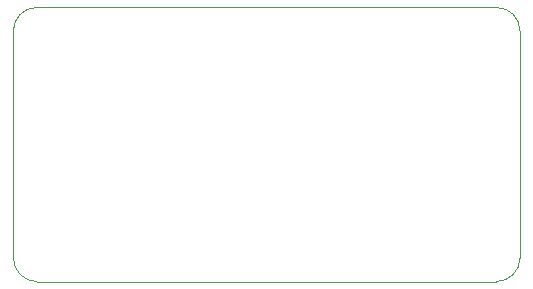
<source format=gbr>
%TF.GenerationSoftware,KiCad,Pcbnew,(6.0.11)*%
%TF.CreationDate,2024-01-05T00:58:30+00:00*%
%TF.ProjectId,Econet_ID_Extender_External,45636f6e-6574-45f4-9944-5f457874656e,rev?*%
%TF.SameCoordinates,Original*%
%TF.FileFunction,Profile,NP*%
%FSLAX46Y46*%
G04 Gerber Fmt 4.6, Leading zero omitted, Abs format (unit mm)*
G04 Created by KiCad (PCBNEW (6.0.11)) date 2024-01-05 00:58:30*
%MOMM*%
%LPD*%
G01*
G04 APERTURE LIST*
%TA.AperFunction,Profile*%
%ADD10C,0.100000*%
%TD*%
G04 APERTURE END LIST*
D10*
X167715782Y-107245782D02*
G75*
G03*
X169715782Y-105245782I18J1999982D01*
G01*
X126809996Y-86035782D02*
X126809996Y-105245782D01*
X128809996Y-84035796D02*
G75*
G03*
X126809996Y-86035782I4J-2000004D01*
G01*
X169715782Y-105245782D02*
X169715782Y-86035782D01*
X169715718Y-86035782D02*
G75*
G03*
X167715782Y-84035782I-1999918J82D01*
G01*
X126810018Y-105245782D02*
G75*
G03*
X128809996Y-107245782I1999982J-18D01*
G01*
X128809996Y-107245782D02*
X167715782Y-107245782D01*
X128809996Y-84035782D02*
X167715782Y-84035782D01*
M02*

</source>
